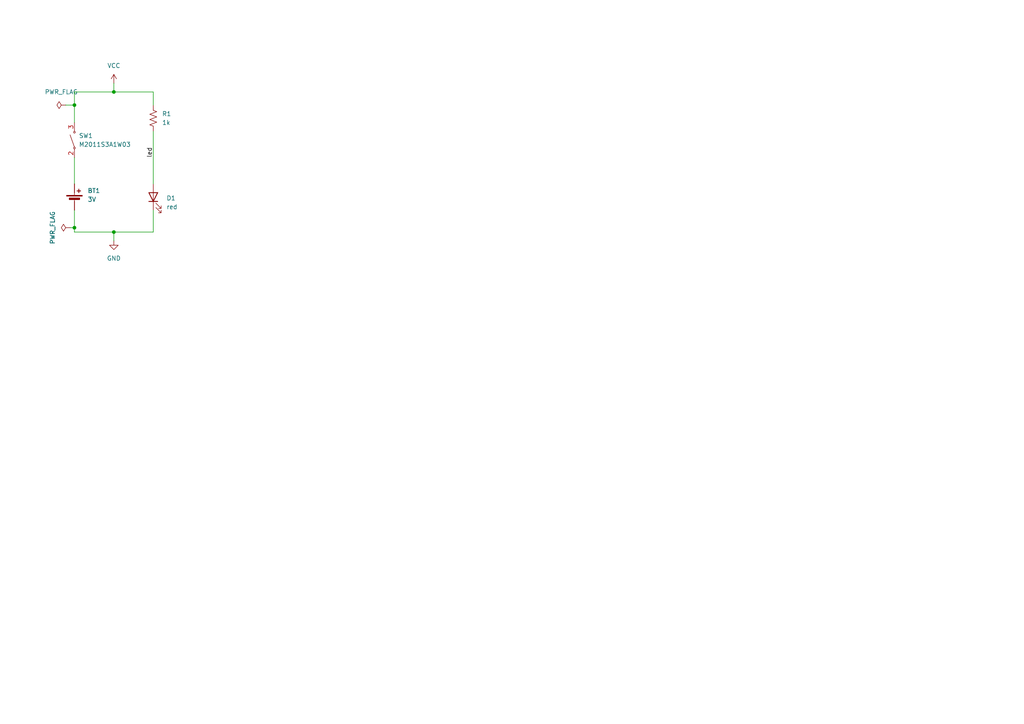
<source format=kicad_sch>
(kicad_sch (version 20250114) (generator "eeschema") (generator_version "9.0")
  (paper "A4")
  (title_block (title "Getting started") (date "2025-03-12"))
  (lib_symbols
    (symbol "Device:Battery_Cell" (pin_numbers (hide yes)) (pin_names (offset 0) (hide yes))
      (property "Reference" "BT" (at 2.54 2.54 0))
      (property "Value" "Battery_Cell" (at 2.54 0 0))
      (symbol "Battery_Cell_0_1"
        (rectangle (start -2.286 1.778) (end 2.286 1.524) (fill (type outline)))
        (rectangle (start -1.524 1.016) (end 1.524 0.508) (fill (type outline)))
        (polyline (pts (xy 0 1.778) (xy 0 2.54)))
        (polyline (pts (xy 0 0.762) (xy 0 0)))
        (polyline (pts (xy 0.762 3.048) (xy 1.778 3.048)) (stroke (width 0.254)))
        (polyline (pts (xy 1.27 3.556) (xy 1.27 2.54)) (stroke (width 0.254)))
      )
      (symbol "Battery_Cell_1_1"
        (pin passive line (at 0 5.08 270) (length 2.54) (name "+") (number "1"))
        (pin passive line (at 0 -2.54 90) (length 2.54) (name "-") (number "2"))
      )
    )
    (symbol "Device:LED" (pin_numbers (hide yes)) (pin_names (offset 1.016) (hide yes))
      (property "Reference" "D" (at 0 2.54 0))
      (property "Value" "LED" (at 0 -2.54 0))
      (symbol "LED_0_1"
        (polyline (pts (xy -3.048 -0.762) (xy -4.572 -2.286) (xy -3.81 -2.286) (xy -4.572 -2.286) (xy -4.572 -1.524)))
        (polyline (pts (xy -1.778 -0.762) (xy -3.302 -2.286) (xy -2.54 -2.286) (xy -3.302 -2.286) (xy -3.302 -1.524)))
        (polyline (pts (xy -1.27 0) (xy 1.27 0)))
        (polyline (pts (xy -1.27 -1.27) (xy -1.27 1.27)) (stroke (width 0.254)))
        (polyline (pts (xy 1.27 -1.27) (xy 1.27 1.27) (xy -1.27 0) (xy 1.27 -1.27)) (stroke (width 0.254)))
      )
      (symbol "LED_1_1"
        (pin passive line (at -3.81 0 0) (length 2.54) (name "K") (number "1"))
        (pin passive line (at 3.81 0 180) (length 2.54) (name "A") (number "2"))
      )
    )
    (symbol "Device:R_US" (pin_numbers (hide yes)) (pin_names (offset 0))
      (property "Reference" "R" (at 2.54 0 90))
      (property "Value" "R_US" (at -2.54 0 90))
      (symbol "R_US_0_1"
        (polyline (pts (xy 0 2.286) (xy 0 2.54)))
        (polyline (pts (xy 0 2.286) (xy 1.016 1.905) (xy 0 1.524) (xy -1.016 1.143) (xy 0 0.762)))
        (polyline (pts (xy 0 0.762) (xy 1.016 0.381) (xy 0 0) (xy -1.016 -0.381) (xy 0 -0.762)))
        (polyline (pts (xy 0 -0.762) (xy 1.016 -1.143) (xy 0 -1.524) (xy -1.016 -1.905) (xy 0 -2.286)))
        (polyline (pts (xy 0 -2.286) (xy 0 -2.54)))
      )
      (symbol "R_US_1_1"
        (pin passive line (at 0 3.81 270) (length 1.27) (name "~") (number "1"))
        (pin passive line (at 0 -3.81 90) (length 1.27) (name "~") (number "2"))
      )
    )
    (symbol "getting_started:M2011S3A1W03" (pin_names (offset 0) (hide yes))
      (property "Reference" "SW" (at 0 4.318 0))
      (property "Value" "M2011S3A1W03" (at 0 -3.302 0))
      (symbol "M2011S3A1W03_0_1"
        (circle (center -2.286 0) (radius 0.254))
        (polyline (pts (xy -2.032 0) (xy 1.524 1.27)))
        (circle (center 2.286 0) (radius 0.254))
      )
      (symbol "M2011S3A1W03_1_1"
        (pin passive line (at -5.08 0 0) (length 2.54) (name "A") (number "2"))
        (pin passive line (at 5.08 0 180) (length 2.54) (name "B") (number "3"))
      )
    )
    (symbol "power:GND" (power) (pin_numbers (hide yes)) (pin_names (offset 0) (hide yes))
      (property "Value" "GND" (at 0 -3.81 0))
      (symbol "GND_0_1"
        (polyline (pts (xy 0 0) (xy 0 -1.27) (xy 1.27 -1.27) (xy 0 -2.54) (xy -1.27 -1.27) (xy 0 -1.27)))
      )
      (symbol "GND_1_1"
        (pin power_in line (at 0 0 270) (length 0) (name "~") (number "1"))
      )
    )
    (symbol "power:PWR_FLAG" (power) (pin_numbers (hide yes)) (pin_names (offset 0) (hide yes))
      (property "Value" "PWR_FLAG" (at 0 3.81 0))
      (symbol "PWR_FLAG_0_0"
        (pin power_out line (at 0 0 90) (length 0) (name "~") (number "1"))
      )
      (symbol "PWR_FLAG_0_1"
        (polyline (pts (xy 0 0) (xy 0 1.27) (xy -1.016 1.905) (xy 0 2.54) (xy 1.016 1.905) (xy 0 1.27)))
      )
    )
    (symbol "power:VCC" (power) (pin_numbers (hide yes)) (pin_names (offset 0) (hide yes))
      (property "Value" "VCC" (at 0 3.556 0))
      (symbol "VCC_0_1"
        (polyline (pts (xy -0.762 1.27) (xy 0 2.54)))
        (polyline (pts (xy 0 2.54) (xy 0.762 1.27)))
        (polyline (pts (xy 0 0) (xy 0 2.54)))
      )
      (symbol "VCC_1_1"
        (pin power_in line (at 0 0 90) (length 0) (name "~") (number "1"))
      )
    )
  )
  (junction (at 21.59 66.04))
  (junction (at 33.02 26.67))
  (junction (at 33.02 67.31))
  (junction (at 21.59 30.48))
  (wire (pts (xy 21.59 26.67) (xy 33.02 26.67)))
  (wire (pts (xy 33.02 67.31) (xy 33.02 69.85)))
  (wire (pts (xy 44.45 60.96) (xy 44.45 67.31)))
  (wire (pts (xy 44.45 38.1) (xy 44.45 53.34)))
  (wire (pts (xy 44.45 26.67) (xy 44.45 30.48)))
  (wire (pts (xy 21.59 66.04) (xy 21.59 60.96)))
  (wire (pts (xy 33.02 67.31) (xy 21.59 67.31)))
  (wire (pts (xy 21.59 67.31) (xy 21.59 66.04)))
  (wire (pts (xy 21.59 26.67) (xy 21.59 30.48)))
  (wire (pts (xy 20.32 66.04) (xy 21.59 66.04)))
  (wire (pts (xy 44.45 67.31) (xy 33.02 67.31)))
  (wire (pts (xy 21.59 30.48) (xy 21.59 35.56)))
  (wire (pts (xy 33.02 26.67) (xy 44.45 26.67)))
  (wire (pts (xy 21.59 45.72) (xy 21.59 53.34)))
  (wire (pts (xy 19.05 30.48) (xy 21.59 30.48)))
  (wire (pts (xy 33.02 24.13) (xy 33.02 26.67)))
  (label "led" (at 44.45 45.72 90))
  (symbol (lib_id "power:VCC") (at 33.02 24.13 0) (unit 1)
    (property "Reference" "#PWR01" (effects (hide yes)))
    (property "Value" "VCC" (at 33.02 19.05 0))
    (property "Description" "Power symbol creates a global label with name \"VCC\"" (effects (hide yes)))
  )
  (symbol (lib_id "power:PWR_FLAG") (at 19.05 30.48 90) (unit 1)
    (property "Reference" "#FLG01" (effects (hide yes)))
    (property "Value" "PWR_FLAG" (at 17.78 26.67 90))
    (property "Description" "Special symbol for telling ERC where power comes from" (effects (hide yes)))
  )
  (symbol (lib_id "power:GND") (at 33.02 69.85 0) (unit 1)
    (property "Reference" "#PWR02" (effects (hide yes)))
    (property "Value" "GND" (at 33.02 74.93 0))
    (property "Description" "Power symbol creates a global label with name \"GND\" , ground" (effects (hide yes)))
  )
  (symbol (lib_id "power:PWR_FLAG") (at 20.32 66.04 90) (unit 1)
    (property "Reference" "#FLG02" (effects (hide yes)))
    (property "Value" "PWR_FLAG" (at 15.24 66.04 0))
    (property "Description" "Special symbol for telling ERC where power comes from" (effects (hide yes)))
  )
  (symbol (lib_id "Device:Battery_Cell") (at 21.59 58.42 0) (unit 1)
    (property "Reference" "BT1" (at 25.4 55.3084 0) (effects (justify left)))
    (property "Value" "3V" (at 25.4 57.8484 0) (effects (justify left)))
    (property "Footprint" "Battery:BatteryHolder_Keystone_1058_1x2032" (effects (hide yes)))
    (property "Description" "Single-cell battery" (effects (hide yes)))
  )
  (symbol (lib_id "Device:LED") (at 44.45 57.15 90) (unit 1)
    (property "Reference" "D1" (at 48.26 57.4674 90) (effects (justify right)))
    (property "Value" "red" (at 48.26 60.0074 90) (effects (justify right)))
    (property "Footprint" "LED_THT:LED_D5.0mm" (effects (hide yes)))
    (property "Description" "Light emitting diode" (effects (hide yes)))
    (property "Sim.Pins" "1=K 2=A" (effects (hide yes)))
  )
  (symbol (lib_id "getting_started:M2011S3A1W03") (at 21.59 40.64 90) (unit 1)
    (property "Reference" "SW1" (at 22.86 39.3699 90) (effects (justify right)))
    (property "Value" "M2011S3A1W03" (at 22.86 41.9099 90) (effects (justify right)))
    (property "Footprint" "getting-started:Switch_Toggle_SPST_NKK_M2011S3A1x03" (effects (hide yes)))
  )
  (symbol (lib_id "Device:R_US") (at 44.45 34.29 0) (unit 1)
    (property "Reference" "R1" (at 46.99 33.0199 0) (effects (justify left)))
    (property "Value" "1k" (at 46.99 35.5599 0) (effects (justify left)))
    (property "Footprint" "Resistor_THT:R_Axial_DIN0309_L9.0mm_D3.2mm_P12.70mm_Horizontal" (effects (hide yes)))
    (property "Description" "Resistor, US symbol" (effects (hide yes)))
  )
)
</source>
